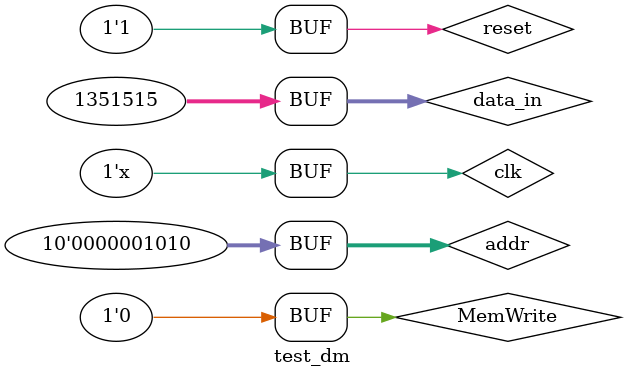
<source format=v>
`timescale 1ns / 1ps


module test_dm;

	// Inputs
	reg clk;
	reg reset;
	reg MemWrite;
	reg [11:2] addr;
	reg [31:0] data_in;

	// Outputs
	wire [31:0] data_out;

	// Instantiate the Unit Under Test (UUT)
	DataMemory uut (
		.clk(clk), 
		.reset(reset), 
		.MemWrite(MemWrite), 
		.addr(addr), 
		.data_in(data_in), 
		.data_out(data_out)
	);

	initial begin
		// Initialize Inputs
		clk = 0;
		reset = 0;
		MemWrite = 0;
		addr = 0;
		data_in = 0;

		// Wait 100 ns for global reset to finish
		#10;
      MemWrite=1;
		addr=12;
		data_in=154851;
		#10;
		MemWrite=0;
		data_in=1351515;
		#10;
		addr=10;
		MemWrite=1;
		#10;
		MemWrite=0;
		#10;
		reset=1;
		// Add stimulus here

	end
   always #5 clk=~clk;
      
endmodule


</source>
